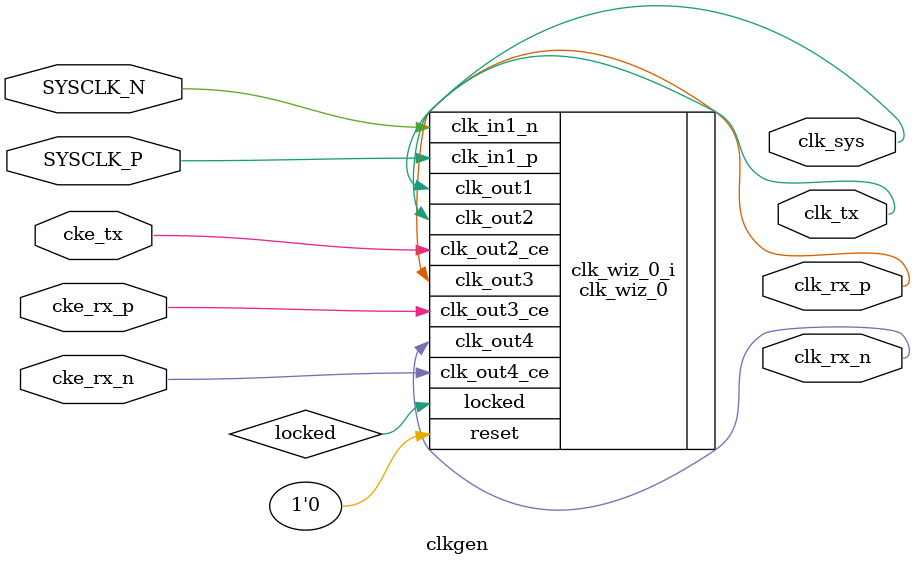
<source format=sv>
`timescale 1ns/1ps

module clkgen(
    input wire SYSCLK_P,
    input wire SYSCLK_N,
    input wire cke_tx,
    input wire cke_rx_p,
    input wire cke_rx_n,
    output wire clk_sys,
    output wire clk_tx,
    output wire clk_rx_p,
    output wire clk_rx_n
);
    wire locked;
    
    clk_wiz_0 clk_wiz_0_i(// I/O for MMCM
                          .reset(1'b0),
                          .locked(locked),
                          
                          // input clock (differential)
                          .clk_in1_p(SYSCLK_P),
                          .clk_in1_n(SYSCLK_N),
                          
                          // ungated clock
                          .clk_out1(clk_sys),
                          
                          // TX clock
                          .clk_out2(   clk_tx),
                          .clk_out2_ce(cke_tx),
                          
                          // RX clock (rising edge)
                          .clk_out3(   clk_rx_p),
                          .clk_out3_ce(cke_rx_p),
                          
                          // RX clock (falling edge)
                          .clk_out4(   clk_rx_n),
                          .clk_out4_ce(cke_rx_n)); 
endmodule

</source>
